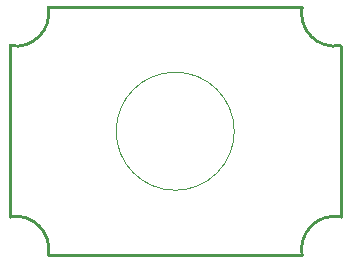
<source format=gko>
G04 Layer: BoardOutlineLayer*
G04 EasyEDA Pro v2.2.25.6, 2024-08-18 10:38:01*
G04 Gerber Generator version 0.3*
G04 Scale: 100 percent, Rotated: No, Reflected: No*
G04 Dimensions in millimeters*
G04 Leading zeros omitted, absolute positions, 3 integers and 5 decimals*
%FSLAX35Y35*%
%MOMM*%
%ADD10C,0.254*%
%ADD11C,0.0254*%
G75*


G04 PolygonModel Start*
G54D10*
G01X2799994Y1774995D02*
G01X2799994Y324998D01*
G01X2474996Y0D02*
G01X325001Y0D01*
G01X0Y324998D02*
G01X0Y1774995D01*
G01X325001Y2099996D02*
G01X1265428Y2100072D01*
G01X2474996Y2099996D01*
G01X1379Y1774251D02*
G03X325745Y2098617I48620J275746D01*
G01X2474250Y2098617D02*
G03X2798615Y1774251I275746J-48620D01*
G01X2798615Y325745D02*
G03X2474250Y1379I-48620J-275746D01*
G01X325745Y1379D02*
G03X1379Y325745I-275746J48620D01*

G04 Circle Start*
G54D11*
G01X899997Y1049998D02*
G03X1899997Y1049998I500000J0D01*
G03X899997Y1049998I-500000J0D01*
G04 Circle End*

M02*


</source>
